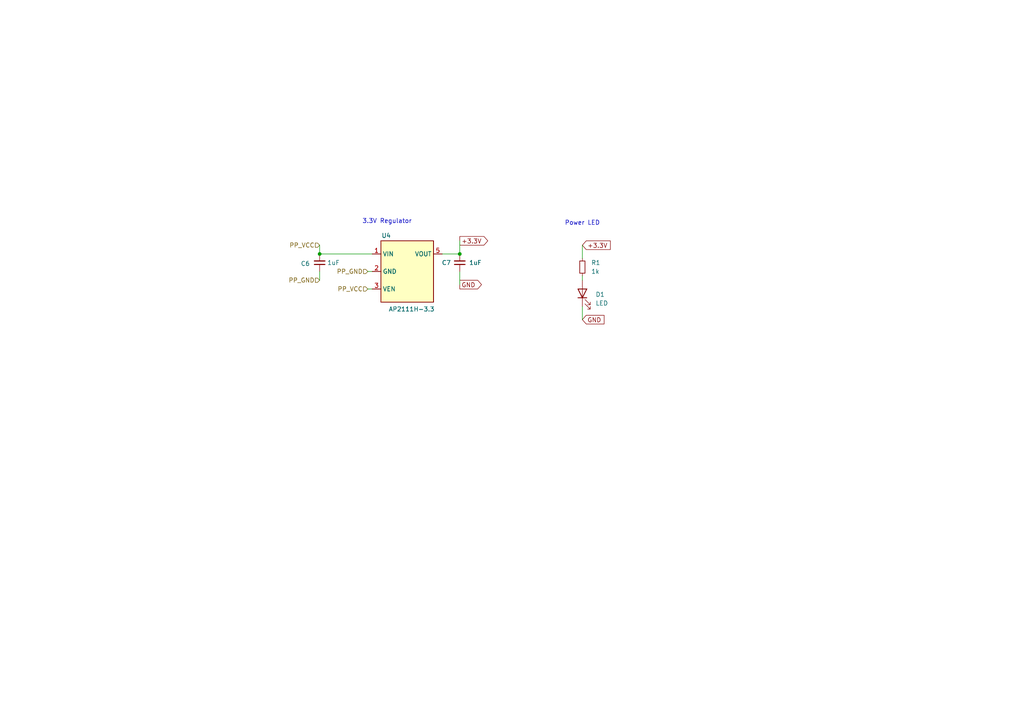
<source format=kicad_sch>
(kicad_sch (version 20231120) (generator "eeschema") (generator_version "8.0")
  (paper "A4")
  (title_block (title "Kitchen_Timer - 3.3V Regulator") (date "2025-01-26") (rev "v01") (comment 2 "creativecommons.org/licences/4.0/") (comment 3 "Licence: CC BY 4.0") (comment 4 "Author: Nicolas Perozzi"))
  (lib_symbols
    (symbol "Device:C_Small" (pin_numbers hide) (pin_names (offset 0.254) hide)
      (property "Reference" "C" (at 0.254 1.778 0))
      (property "Value" "C_Small" (at 0.254 -2.032 0))
      (symbol "C_Small_0_1"
        (polyline (pts (xy -1.524 -0.508) (xy 1.524 -0.508)) (stroke (width 0.3302)))
        (polyline (pts (xy -1.524 0.508) (xy 1.524 0.508)) (stroke (width 0.3048)))
      )
      (symbol "C_Small_1_1"
        (pin passive line (at 0 2.54 270) (length 2.032) (name "~") (number "1"))
        (pin passive line (at 0 -2.54 90) (length 2.032) (name "~") (number "2"))
      )
    )
    (symbol "Device:LED" (pin_numbers hide) (pin_names (offset 1.016) hide)
      (property "Reference" "D" (at 0 2.54 0))
      (property "Value" "LED" (at 0 -2.54 0))
      (symbol "LED_0_1"
        (polyline (pts (xy -1.27 -1.27) (xy -1.27 1.27)) (stroke (width 0.254)))
        (polyline (pts (xy -1.27 0) (xy 1.27 0)))
        (polyline (pts (xy 1.27 -1.27) (xy 1.27 1.27) (xy -1.27 0) (xy 1.27 -1.27)) (stroke (width 0.254)))
        (polyline (pts (xy -3.048 -0.762) (xy -4.572 -2.286) (xy -3.81 -2.286) (xy -4.572 -2.286) (xy -4.572 -1.524)))
        (polyline (pts (xy -1.778 -0.762) (xy -3.302 -2.286) (xy -2.54 -2.286) (xy -3.302 -2.286) (xy -3.302 -1.524)))
      )
      (symbol "LED_1_1"
        (pin passive line (at -3.81 0 0) (length 2.54) (name "K") (number "1"))
        (pin passive line (at 3.81 0 180) (length 2.54) (name "A") (number "2"))
      )
    )
    (symbol "Device:R_Small" (pin_numbers hide) (pin_names (offset 0.254) hide)
      (property "Reference" "R" (at 0.762 0.508 0))
      (property "Value" "R_Small" (at 0.762 -1.016 0))
      (symbol "R_Small_0_1"
        (rectangle (start -0.762 1.778) (end 0.762 -1.778) (stroke (width 0.2032)))
      )
      (symbol "R_Small_1_1"
        (pin passive line (at 0 2.54 270) (length 0.762) (name "~") (number "1"))
        (pin passive line (at 0 -2.54 90) (length 0.762) (name "~") (number "2"))
      )
    )
    (symbol "kitchen_timer-symbols_lib:AP2111H-3.3TRG1"
      (property "Reference" "U4" (at -6.096 10.414 0))
      (property "Value" "AP2111H-3.3" (at 1.27 -10.922 0))
      (symbol "AP2111H-3.3TRG1_0_1"
        (rectangle (start -7.62 8.89) (end 7.62 -8.89) (stroke (width 0.254)) (fill (type background)))
      )
      (symbol "AP2111H-3.3TRG1_1_1"
        (pin power_in line (at -10.16 5.08 0) (length 2.54) (name "VIN") (number "1"))
        (pin power_in line (at -10.16 0 0) (length 2.54) (name "GND") (number "2"))
        (pin input line (at -10.16 -5.08 0) (length 2.54) (name "VEN") (number "3"))
        (pin power_out line (at 10.16 5.08 180) (length 2.54) (name "VOUT") (number "5"))
      )
    )
  )
  (junction (at 92.71 73.66))
  (junction (at 133.35 73.66))
  (wire (pts (xy 106.68 78.74) (xy 107.95 78.74)))
  (wire (pts (xy 168.91 88.9) (xy 168.91 92.71)))
  (wire (pts (xy 92.71 78.74) (xy 92.71 81.28)))
  (wire (pts (xy 133.35 69.85) (xy 133.35 73.66)))
  (wire (pts (xy 168.91 71.12) (xy 168.91 74.93)))
  (wire (pts (xy 168.91 80.01) (xy 168.91 81.28)))
  (wire (pts (xy 92.71 71.12) (xy 92.71 73.66)))
  (wire (pts (xy 128.27 73.66) (xy 133.35 73.66)))
  (wire (pts (xy 106.68 83.82) (xy 107.95 83.82)))
  (wire (pts (xy 107.95 73.66) (xy 92.71 73.66)))
  (wire (pts (xy 133.35 78.74) (xy 133.35 82.55)))
  (text "Power LED" (at 168.91 64.77 0) (effects (font (size 1.27 1.27))))
  (text "3.3V Regulator" (at 112.268 64.262 0) (effects (font (size 1.27 1.27))))
  (global_label "GND" (shape input) (at 168.91 92.71 0) (property "Intersheetrefs" "${INTERSHEET_REFS}" (effects (hide yes))))
  (global_label "+3.3V" (shape input) (at 168.91 71.12 0) (property "Intersheetrefs" "${INTERSHEET_REFS}" (effects (hide yes))))
  (global_label "GND" (shape output) (at 133.35 82.55 0) (property "Intersheetrefs" "${INTERSHEET_REFS}" (effects (hide yes))))
  (global_label "+3.3V" (shape output) (at 133.35 69.85 0) (property "Intersheetrefs" "${INTERSHEET_REFS}" (effects (hide yes))))
  (hierarchical_label "PP_GND" (shape input) (at 106.68 78.74 180))
  (hierarchical_label "PP_VCC" (shape input) (at 92.71 71.12 180))
  (hierarchical_label "PP_VCC" (shape input) (at 106.68 83.82 180))
  (hierarchical_label "PP_GND" (shape input) (at 92.71 81.28 180))
  (symbol (lib_id "Device:R_Small") (at 168.91 77.47 0) (unit 1)
    (property "Reference" "R1" (at 171.45 76.1999 0) (effects (justify left)))
    (property "Value" "1k" (at 171.45 78.7399 0) (effects (justify left)))
    (property "Description" "Resistor, small symbol" (effects (hide yes)))
  )
  (symbol (lib_id "Device:C_Small") (at 92.71 76.2 180) (unit 1)
    (property "Reference" "C6" (at 89.916 76.454 0) (effects (justify left)))
    (property "Value" "1uF" (at 98.552 76.2 0) (effects (justify left)))
    (property "Description" "Unpolarized capacitor, small symbol" (effects (hide yes)))
  )
  (symbol (lib_id "Device:LED") (at 168.91 85.09 90) (unit 1)
    (property "Reference" "D1" (at 172.72 85.4074 90) (effects (justify right)))
    (property "Value" "LED" (at 172.72 87.9474 90) (effects (justify right)))
    (property "Description" "Light emitting diode" (effects (hide yes)))
  )
  (symbol (lib_id "Device:C_Small") (at 133.35 76.2 180) (unit 1)
    (property "Reference" "C7" (at 130.81 76.2 0) (effects (justify left)))
    (property "Value" "1uF" (at 139.7 76.2 0) (effects (justify left)))
    (property "Description" "Unpolarized capacitor, small symbol" (effects (hide yes)))
  )
  (symbol (lib_id "kitchen_timer-symbols_lib:AP2111H-3.3TRG1") (at 118.11 78.74 0) (unit 1)
    (property "Reference" "U4" (at 112.014 68.326 0))
    (property "Value" "AP2111H-3.3" (at 119.38 89.662 0))
  )
)
</source>
